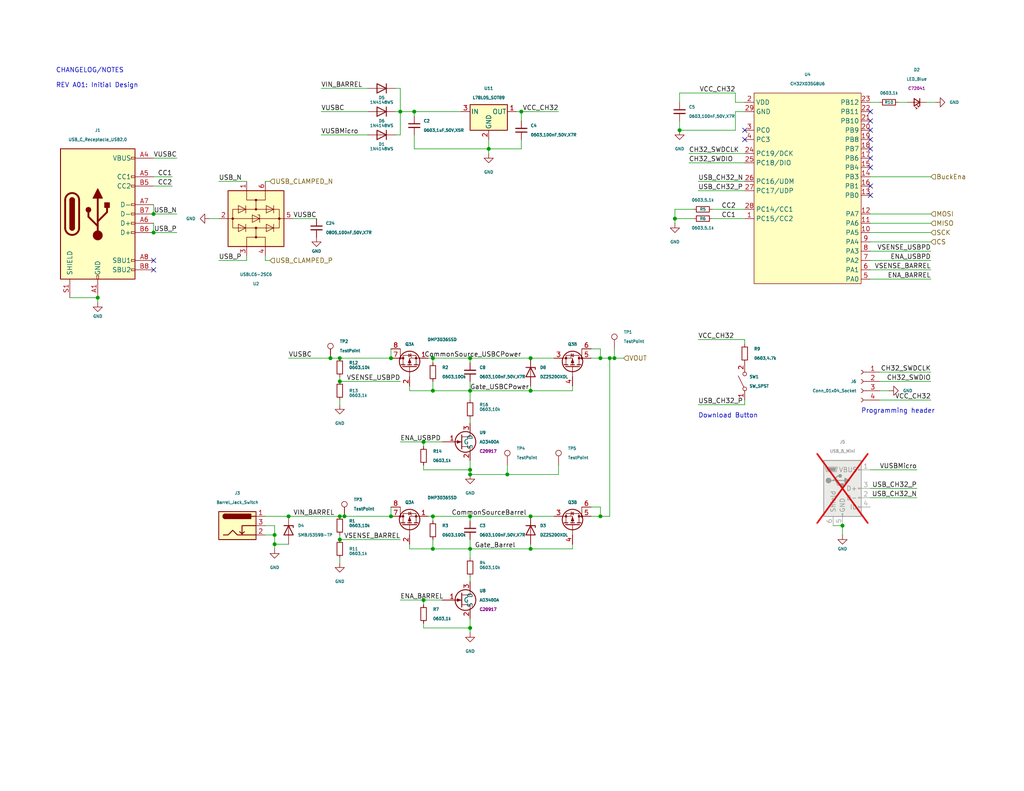
<source format=kicad_sch>
(kicad_sch (version 20230121) (generator eeschema)
  (paper "USLetter")
  (title_block (date "2024-02-03") (rev "A01"))
  (junction (at 74.93 148.59))
  (junction (at 144.78 140.97))
  (junction (at 118.11 106.68))
  (junction (at 128.27 128.27))
  (junction (at 115.57 120.65))
  (junction (at 167.64 97.79))
  (junction (at 92.71 97.79))
  (junction (at 144.78 97.79))
  (junction (at 163.83 97.79))
  (junction (at 109.22 30.48))
  (junction (at 118.11 149.86))
  (junction (at 78.74 140.97))
  (junction (at 118.11 140.97))
  (junction (at 142.24 30.48))
  (junction (at 26.67 81.28))
  (junction (at 92.71 104.14))
  (junction (at 144.78 106.68))
  (junction (at 106.68 97.79))
  (junction (at 90.17 97.79))
  (junction (at 128.27 129.54))
  (junction (at 115.57 163.83))
  (junction (at 106.68 140.97))
  (junction (at 128.27 140.97))
  (junction (at 113.03 30.48))
  (junction (at 118.11 97.79))
  (junction (at 93.98 140.97))
  (junction (at 92.71 147.32))
  (junction (at 128.27 171.45))
  (junction (at 128.27 97.79))
  (junction (at 92.71 140.97))
  (junction (at 133.35 40.64))
  (junction (at 138.43 129.54))
  (junction (at 41.91 58.42))
  (junction (at 166.37 97.79))
  (junction (at 41.91 63.5))
  (junction (at 163.83 140.97))
  (junction (at 74.93 146.05))
  (junction (at 184.15 59.69))
  (junction (at 185.42 35.56))
  (junction (at 144.78 149.86))
  (junction (at 229.87 143.51))
  (junction (at 128.27 106.68))
  (junction (at 128.27 149.86))
  (no_connect (at 203.2 35.56))
  (no_connect (at 41.91 73.66))
  (no_connect (at 41.91 71.12))
  (no_connect (at 237.49 53.34))
  (no_connect (at 237.49 30.48))
  (no_connect (at 237.49 45.72))
  (no_connect (at 237.49 40.64))
  (no_connect (at 237.49 43.18))
  (no_connect (at 237.49 35.56))
  (no_connect (at 237.49 33.02))
  (no_connect (at 203.2 38.1))
  (no_connect (at 237.49 38.1))
  (no_connect (at 237.49 50.8))
  (wire (pts (xy 163.83 97.79) (xy 166.37 97.79)))
  (wire (pts (xy 142.24 33.02) (xy 142.24 30.48)))
  (wire (pts (xy 185.42 25.4) (xy 185.42 27.94)))
  (wire (pts (xy 128.27 140.97) (xy 144.78 140.97)))
  (wire (pts (xy 161.29 97.79) (xy 163.83 97.79)))
  (wire (pts (xy 113.03 36.83) (xy 113.03 40.64)))
  (wire (pts (xy 237.49 60.96) (xy 254 60.96)))
  (wire (pts (xy 92.71 104.14) (xy 109.22 104.14)))
  (wire (pts (xy 118.11 97.79) (xy 128.27 97.79)))
  (wire (pts (xy 113.03 30.48) (xy 113.03 31.75)))
  (wire (pts (xy 109.22 30.48) (xy 113.03 30.48)))
  (wire (pts (xy 72.39 71.12) (xy 72.39 69.85)))
  (wire (pts (xy 187.96 41.91) (xy 203.2 41.91)))
  (wire (pts (xy 59.69 49.53) (xy 67.31 49.53)))
  (wire (pts (xy 152.4 127) (xy 152.4 129.54)))
  (wire (pts (xy 167.64 97.79) (xy 166.37 97.79)))
  (wire (pts (xy 138.43 129.54) (xy 152.4 129.54)))
  (wire (pts (xy 87.63 24.13) (xy 100.33 24.13)))
  (wire (pts (xy 144.78 148.59) (xy 144.78 149.86)))
  (wire (pts (xy 156.21 148.59) (xy 156.21 149.86)))
  (wire (pts (xy 111.76 149.86) (xy 111.76 148.59)))
  (wire (pts (xy 92.71 152.4) (xy 92.71 153.67)))
  (wire (pts (xy 92.71 146.05) (xy 92.71 147.32)))
  (wire (pts (xy 200.66 30.48) (xy 200.66 35.56)))
  (wire (pts (xy 133.35 40.64) (xy 142.24 40.64)))
  (wire (pts (xy 237.49 71.12) (xy 254 71.12)))
  (wire (pts (xy 80.01 59.69) (xy 86.36 59.69)))
  (wire (pts (xy 190.5 110.49) (xy 203.2 110.49)))
  (wire (pts (xy 237.49 76.2) (xy 254 76.2)))
  (wire (pts (xy 252.73 27.94) (xy 255.27 27.94)))
  (wire (pts (xy 190.5 92.71) (xy 203.2 92.71)))
  (wire (pts (xy 111.76 149.86) (xy 118.11 149.86)))
  (wire (pts (xy 118.11 99.06) (xy 118.11 97.79)))
  (wire (pts (xy 128.27 99.06) (xy 128.27 97.79)))
  (wire (pts (xy 19.05 81.28) (xy 26.67 81.28)))
  (wire (pts (xy 185.42 25.4) (xy 200.66 25.4)))
  (wire (pts (xy 194.31 57.15) (xy 203.2 57.15)))
  (wire (pts (xy 46.99 48.26) (xy 41.91 48.26)))
  (wire (pts (xy 107.95 36.83) (xy 109.22 36.83)))
  (wire (pts (xy 115.57 120.65) (xy 115.57 121.92)))
  (wire (pts (xy 163.83 95.25) (xy 163.83 97.79)))
  (wire (pts (xy 116.84 97.79) (xy 118.11 97.79)))
  (wire (pts (xy 128.27 172.72) (xy 128.27 171.45)))
  (wire (pts (xy 144.78 105.41) (xy 144.78 106.68)))
  (wire (pts (xy 115.57 128.27) (xy 128.27 128.27)))
  (wire (pts (xy 59.69 71.12) (xy 67.31 71.12)))
  (wire (pts (xy 93.98 140.97) (xy 106.68 140.97)))
  (wire (pts (xy 128.27 129.54) (xy 128.27 128.27)))
  (wire (pts (xy 48.26 58.42) (xy 41.91 58.42)))
  (wire (pts (xy 133.35 40.64) (xy 133.35 41.91)))
  (wire (pts (xy 116.84 140.97) (xy 118.11 140.97)))
  (wire (pts (xy 227.33 143.51) (xy 229.87 143.51)))
  (wire (pts (xy 128.27 171.45) (xy 128.27 168.91)))
  (wire (pts (xy 128.27 157.48) (xy 128.27 158.75)))
  (wire (pts (xy 113.03 40.64) (xy 133.35 40.64)))
  (wire (pts (xy 200.66 27.94) (xy 203.2 27.94)))
  (wire (pts (xy 115.57 127) (xy 115.57 128.27)))
  (wire (pts (xy 161.29 95.25) (xy 163.83 95.25)))
  (wire (pts (xy 170.18 97.79) (xy 167.64 97.79)))
  (wire (pts (xy 87.63 36.83) (xy 100.33 36.83)))
  (wire (pts (xy 115.57 170.18) (xy 115.57 171.45)))
  (wire (pts (xy 194.31 59.69) (xy 203.2 59.69)))
  (wire (pts (xy 240.03 101.6) (xy 254 101.6)))
  (wire (pts (xy 156.21 105.41) (xy 156.21 106.68)))
  (wire (pts (xy 142.24 30.48) (xy 152.4 30.48)))
  (wire (pts (xy 74.93 148.59) (xy 78.74 148.59)))
  (wire (pts (xy 74.93 148.59) (xy 74.93 149.86)))
  (wire (pts (xy 237.49 68.58) (xy 254 68.58)))
  (wire (pts (xy 41.91 43.18) (xy 48.26 43.18)))
  (wire (pts (xy 118.11 104.14) (xy 118.11 106.68)))
  (wire (pts (xy 237.49 133.35) (xy 250.19 133.35)))
  (wire (pts (xy 189.23 57.15) (xy 184.15 57.15)))
  (wire (pts (xy 144.78 106.68) (xy 156.21 106.68)))
  (wire (pts (xy 74.93 146.05) (xy 74.93 148.59)))
  (wire (pts (xy 237.49 63.5) (xy 254 63.5)))
  (wire (pts (xy 128.27 149.86) (xy 128.27 152.4)))
  (wire (pts (xy 87.63 30.48) (xy 100.33 30.48)))
  (wire (pts (xy 120.65 163.83) (xy 115.57 163.83)))
  (wire (pts (xy 184.15 57.15) (xy 184.15 59.69)))
  (wire (pts (xy 200.66 25.4) (xy 200.66 27.94)))
  (wire (pts (xy 115.57 171.45) (xy 128.27 171.45)))
  (wire (pts (xy 128.27 128.27) (xy 128.27 125.73)))
  (wire (pts (xy 161.29 140.97) (xy 163.83 140.97)))
  (wire (pts (xy 109.22 24.13) (xy 109.22 30.48)))
  (wire (pts (xy 128.27 104.14) (xy 128.27 106.68)))
  (wire (pts (xy 237.49 128.27) (xy 250.19 128.27)))
  (wire (pts (xy 237.49 135.89) (xy 250.19 135.89)))
  (wire (pts (xy 142.24 30.48) (xy 140.97 30.48)))
  (wire (pts (xy 240.03 104.14) (xy 254 104.14)))
  (wire (pts (xy 203.2 52.07) (xy 190.5 52.07)))
  (wire (pts (xy 57.15 59.69) (xy 59.69 59.69)))
  (wire (pts (xy 118.11 142.24) (xy 118.11 140.97)))
  (wire (pts (xy 128.27 147.32) (xy 128.27 149.86)))
  (wire (pts (xy 144.78 97.79) (xy 151.13 97.79)))
  (wire (pts (xy 78.74 97.79) (xy 90.17 97.79)))
  (wire (pts (xy 242.57 106.68) (xy 240.03 106.68)))
  (wire (pts (xy 166.37 97.79) (xy 166.37 140.97)))
  (wire (pts (xy 144.78 149.86) (xy 156.21 149.86)))
  (wire (pts (xy 142.24 38.1) (xy 142.24 40.64)))
  (wire (pts (xy 184.15 59.69) (xy 189.23 59.69)))
  (wire (pts (xy 163.83 138.43) (xy 163.83 140.97)))
  (wire (pts (xy 41.91 58.42) (xy 41.91 55.88)))
  (wire (pts (xy 72.39 146.05) (xy 74.93 146.05)))
  (wire (pts (xy 237.49 58.42) (xy 254 58.42)))
  (wire (pts (xy 144.78 140.97) (xy 151.13 140.97)))
  (wire (pts (xy 92.71 109.22) (xy 92.71 110.49)))
  (wire (pts (xy 128.27 142.24) (xy 128.27 140.97)))
  (wire (pts (xy 115.57 163.83) (xy 115.57 165.1)))
  (wire (pts (xy 92.71 102.87) (xy 92.71 104.14)))
  (wire (pts (xy 237.49 48.26) (xy 254 48.26)))
  (wire (pts (xy 187.96 44.45) (xy 203.2 44.45)))
  (wire (pts (xy 128.27 129.54) (xy 138.43 129.54)))
  (wire (pts (xy 138.43 127) (xy 138.43 129.54)))
  (wire (pts (xy 26.67 81.28) (xy 26.67 82.55)))
  (wire (pts (xy 237.49 27.94) (xy 240.03 27.94)))
  (wire (pts (xy 167.64 95.25) (xy 167.64 97.79)))
  (wire (pts (xy 118.11 149.86) (xy 128.27 149.86)))
  (wire (pts (xy 128.27 114.3) (xy 128.27 115.57)))
  (wire (pts (xy 128.27 97.79) (xy 144.78 97.79)))
  (wire (pts (xy 128.27 149.86) (xy 144.78 149.86)))
  (wire (pts (xy 113.03 30.48) (xy 125.73 30.48)))
  (wire (pts (xy 72.39 143.51) (xy 74.93 143.51)))
  (wire (pts (xy 74.93 143.51) (xy 74.93 146.05)))
  (wire (pts (xy 133.35 40.64) (xy 133.35 38.1)))
  (wire (pts (xy 107.95 30.48) (xy 109.22 30.48)))
  (wire (pts (xy 118.11 106.68) (xy 128.27 106.68)))
  (wire (pts (xy 92.71 140.97) (xy 93.98 140.97)))
  (wire (pts (xy 67.31 71.12) (xy 67.31 69.85)))
  (wire (pts (xy 184.15 60.96) (xy 184.15 59.69)))
  (wire (pts (xy 128.27 106.68) (xy 128.27 109.22)))
  (wire (pts (xy 72.39 71.12) (xy 73.66 71.12)))
  (wire (pts (xy 203.2 92.71) (xy 203.2 93.98)))
  (wire (pts (xy 109.22 163.83) (xy 115.57 163.83)))
  (wire (pts (xy 78.74 140.97) (xy 92.71 140.97)))
  (wire (pts (xy 203.2 110.49) (xy 203.2 109.22)))
  (wire (pts (xy 92.71 97.79) (xy 106.68 97.79)))
  (wire (pts (xy 115.57 120.65) (xy 120.65 120.65)))
  (wire (pts (xy 41.91 63.5) (xy 41.91 60.96)))
  (wire (pts (xy 203.2 30.48) (xy 200.66 30.48)))
  (wire (pts (xy 118.11 147.32) (xy 118.11 149.86)))
  (wire (pts (xy 106.68 138.43) (xy 106.68 140.97)))
  (wire (pts (xy 46.99 50.8) (xy 41.91 50.8)))
  (wire (pts (xy 109.22 30.48) (xy 109.22 36.83)))
  (wire (pts (xy 185.42 33.02) (xy 185.42 35.56)))
  (wire (pts (xy 185.42 35.56) (xy 200.66 35.56)))
  (wire (pts (xy 240.03 109.22) (xy 254 109.22)))
  (wire (pts (xy 109.22 120.65) (xy 115.57 120.65)))
  (wire (pts (xy 245.11 27.94) (xy 247.65 27.94)))
  (wire (pts (xy 161.29 138.43) (xy 163.83 138.43)))
  (wire (pts (xy 237.49 73.66) (xy 254 73.66)))
  (wire (pts (xy 237.49 66.04) (xy 254 66.04)))
  (wire (pts (xy 90.17 97.79) (xy 92.71 97.79)))
  (wire (pts (xy 92.71 147.32) (xy 109.22 147.32)))
  (wire (pts (xy 48.26 63.5) (xy 41.91 63.5)))
  (wire (pts (xy 111.76 106.68) (xy 118.11 106.68)))
  (wire (pts (xy 72.39 49.53) (xy 73.66 49.53)))
  (wire (pts (xy 163.83 140.97) (xy 166.37 140.97)))
  (wire (pts (xy 203.2 49.53) (xy 190.5 49.53)))
  (wire (pts (xy 111.76 106.68) (xy 111.76 105.41)))
  (wire (pts (xy 72.39 140.97) (xy 78.74 140.97)))
  (wire (pts (xy 229.87 143.51) (xy 229.87 146.05)))
  (wire (pts (xy 106.68 95.25) (xy 106.68 97.79)))
  (wire (pts (xy 118.11 140.97) (xy 128.27 140.97)))
  (wire (pts (xy 128.27 106.68) (xy 144.78 106.68)))
  (wire (pts (xy 107.95 24.13) (xy 109.22 24.13)))
  (text "Programming header" (at 234.95 113.03 0) (effects (font (size 1.27 1.27)) (justify left bottom)))
  (text "Download Button\n" (at 190.5 114.3 0) (effects (font (size 1.27 1.27)) (justify left bottom)))
  (text "CHANGELOG/NOTES\n\nREV A01: Initial Design\n" (at 15.24 24.13 0) (effects (font (size 1.27 1.27)) (justify left bottom)))
  (label "VSENSE_BARREL" (at 109.22 147.32 180))
  (label "USB_CH32_N" (at 190.5 49.53 0))
  (label "VIN_BARREL" (at 87.63 24.13 0))
  (label "CH32_SWDIO" (at 187.96 44.45 0))
  (label "USB_N" (at 59.69 49.53 0))
  (label "CH32_SWDIO" (at 254 104.14 180))
  (label "CC2" (at 46.99 50.8 180))
  (label "CommonSourceBarrel" (at 123.19 140.97 0))
  (label "VSENSE_BARREL" (at 254 73.66 180))
  (label "ENA_USBPD" (at 254 71.12 180))
  (label "VIN_BARREL" (at 80.01 140.97 0))
  (label "VSENSE_USBPD" (at 254 68.58 180))
  (label "VCC_CH32" (at 190.5 92.71 0))
  (label "USB_CH32_N" (at 250.19 135.89 180))
  (label "USB_CH32_P" (at 250.19 133.35 180))
  (label "VCC_CH32" (at 200.66 25.4 180))
  (label "ENA_USBPD" (at 109.22 120.65 0))
  (label "Gate_USBCPower" (at 128.27 106.68 0))
  (label "USB_P" (at 48.26 63.5 180))
  (label "VCC_CH32" (at 254 109.22 180))
  (label "VUSBC" (at 78.74 97.79 0))
  (label "VUSBC" (at 80.01 59.69 0))
  (label "CC2" (at 196.85 57.15 0))
  (label "VUSBC" (at 48.26 43.18 180))
  (label "CH32_SWDCLK" (at 187.96 41.91 0))
  (label "CommonSource_USBCPower" (at 142.24 97.79 180))
  (label "CC1" (at 196.85 59.69 0))
  (label "USB_CH32_P" (at 190.5 52.07 0))
  (label "CC1" (at 46.99 48.26 180))
  (label "Gate_Barrel" (at 129.54 149.86 0))
  (label "USB_P" (at 59.69 71.12 0))
  (label "VSENSE_USBPD" (at 109.22 104.14 180))
  (label "USB_N" (at 48.26 58.42 180))
  (label "VCC_CH32" (at 152.4 30.48 180))
  (label "ENA_BARREL" (at 254 76.2 180))
  (label "ENA_BARREL" (at 109.22 163.83 0))
  (label "VUSBC" (at 87.63 30.48 0))
  (label "CH32_SWDCLK" (at 254 101.6 180))
  (label "VUSBMicro" (at 87.63 36.83 0))
  (label "VUSBMicro" (at 250.19 128.27 180))
  (label "USB_CH32_P" (at 190.5 110.49 0))
  (hierarchical_label "MISO" (shape input) (at 254 60.96 0))
  (hierarchical_label "MOSI" (shape input) (at 254 58.42 0))
  (hierarchical_label "CS" (shape input) (at 254 66.04 0))
  (hierarchical_label "VOUT" (shape input) (at 170.18 97.79 0))
  (hierarchical_label "USB_CLAMPED_P" (shape input) (at 73.66 71.12 0))
  (hierarchical_label "SCK" (shape input) (at 254 63.5 0))
  (hierarchical_label "BuckEna" (shape input) (at 254 48.26 0))
  (hierarchical_label "USB_CLAMPED_N" (shape input) (at 73.66 49.53 0))
  (symbol (lib_id "power:GND") (at 92.71 153.67 0) (unit 1)
    (property "Reference" "#PWR01" (effects hide))
    (property "Value" "GND" (at 92.71 158.75 0) (effects (font (size 0.8 0.8))))
    (instances (project "ESP32-S3-HUB75-Driver" (path "" (reference "#PWR01") (unit 1)) (path "" (reference "#PWR018") (unit 1))))
  )
  (symbol (lib_id "jlcpcb-basic-capacitor:0402,100nF,16V,X7R ") (at 142.24 35.56 0) (unit 1)
    (property "Reference" "C4" (at 144.78 34.29 0) (effects (font (size 0.8 0.8)) (justify left)))
    (property "Value" "0603,100nF,50V,X7R " (at 144.78 36.83 0) (effects (font (size 0.8 0.8)) (justify left)))
    (property "Footprint" "C_0603_1608Metric" (effects hide))
    (property "Datasheet" "https://datasheet.lcsc.com/lcsc/1810191219_Samsung-Electro-Mechanics-CL05B104KO5NNNC_C1525.pdf" (effects hide))
    (property "LCSC" "C1525" (effects hide))
    (property "MFG" "Samsung Electro-Mechanics" (effects hide))
    (property "MFGPN" "CL05B104KO5NNNC" (effects hide))
    (instances (project "ESP32-S3-HUB75-Driver" (path "" (reference "C4") (unit 1)) (path "" (reference "C6") (unit 1))))
  )
  (symbol (lib_id "Connector:TestPoint") (at 152.4 127 0) (unit 1)
    (property "Reference" "TP5" (at 154.94 122.428 0) (effects (font (size 0.8 0.8)) (justify left)))
    (property "Value" "TestPoint" (at 154.94 124.968 0) (effects (font (size 0.8 0.8)) (justify left)))
    (property "Footprint" "TestPoint:TestPoint_Keystone_5015_Micro-Minature" (effects hide))
  )
  (symbol (lib_id "Diode:1N4148WS") (at 104.14 30.48 180) (unit 1)
    (property "Reference" "D6" (at 104.14 33.02 0) (effects (font (size 0.8 0.8))))
    (property "Value" "1N4148WS" (at 104.14 34.29 0) (effects (font (size 0.8 0.8))))
    (property "Footprint" "Diode_SMD:D_SOD-323" (effects hide))
    (property "Datasheet" "https://www.vishay.com/docs/85751/1n4148ws.pdf" (effects hide))
  )
  (symbol (lib_id "jlcpcb-basic-resistor:0402,10k") (at 92.71 100.33 0) (unit 1)
    (property "Reference" "R12" (at 95.25 99.06 0) (effects (font (size 0.8 0.8)) (justify left)))
    (property "Value" "0603,10k" (at 95.25 100.33 0) (effects (font (size 0.8 0.8)) (justify left)))
    (property "Footprint" "Resistor_SMD:R_0603_1608Metric" (effects hide))
    (property "Datasheet" "https://datasheet.lcsc.com/lcsc/2110260030_UNI-ROYAL-Uniroyal-Elec-0402WGF1002TCE_C25744.pdf" (effects hide))
    (property "LCSC" "C25744" (effects hide))
    (property "MFG" "UNI-ROYAL(Uniroyal Elec)" (effects hide))
    (property "MFGPN" "0402WGF1002TCE" (effects hide))
  )
  (symbol (lib_id "Diode:1N4148WS") (at 104.14 36.83 180) (unit 1)
    (property "Reference" "D1" (at 104.14 39.37 0) (effects (font (size 0.8 0.8))))
    (property "Value" "1N4148WS" (at 104.14 40.64 0) (effects (font (size 0.8 0.8))))
    (property "Footprint" "Diode_SMD:D_SOD-323" (effects hide))
    (property "Datasheet" "https://www.vishay.com/docs/85751/1n4148ws.pdf" (effects hide))
  )
  (symbol (lib_id "Device:Q_Dual_PMOS_S1G1S2G2D2D2D1D1") (at 111.76 100.33 90) (unit 1)
    (property "Reference" "Q3" (at 111.76 93.98 90) (effects (font (size 0.8 0.8))))
    (property "Value" "DMP3036SSD" (at 120.65 92.71 90) (effects (font (size 0.8 0.8))))
    (property "Footprint" "Package_SO:SO-8_5.3x6.2mm_P1.27mm" (effects hide))
    (property "Datasheet" "https://www.diodes.com/assets/Datasheets/DMP3036SSD.pdf" (effects hide))
    (instances (project "ESP32-S3-HUB75-Driver" (path "" (reference "Q3") (unit 1)) (path "" (reference "Q1") (unit 1))) (project "_autosave-PowerMux" (path "" (reference "Q3") (unit 1))))
  )
  (symbol (lib_id "jlcpcb-basic-capacitor:0603,1uF,50V,X5R ") (at 113.03 34.29 0) (unit 1)
    (property "Reference" "C2" (at 115.57 33.02 0) (effects (font (size 0.8 0.8)) (justify left)))
    (property "Value" "0603,1uF,50V,X5R " (at 115.57 35.56 0) (effects (font (size 0.8 0.8)) (justify left)))
    (property "Footprint" "C_0603_1608Metric" (effects hide))
    (property "Datasheet" "https://datasheet.lcsc.com/lcsc/1810261812_Samsung-Electro-Mechanics-CL10A105KB8NNNC_C15849.pdf" (effects hide))
    (property "LCSC" "C15849" (effects hide))
    (property "MFG" "Samsung Electro-Mechanics" (effects hide))
    (property "MFGPN" "CL10A105KB8NNNC" (effects hide))
  )
  (symbol (lib_id "jlcpcb-basic-resistor:0402,5.1k") (at 191.77 57.15 90) (unit 1)
    (property "Reference" "R5" (at 191.77 57.15 90) (effects (font (size 0.8 0.8))))
    (property "Value" "0603,5.1k" (at 191.77 54.61 90) (effects (font (size 0.8 0.8))))
    (property "Footprint" "Resistor_SMD:R_0603_1608Metric" (effects hide))
    (property "Datasheet" "https://datasheet.lcsc.com/lcsc/2110260030_UNI-ROYAL-Uniroyal-Elec-0402WGF5101TCE_C25905.pdf" (effects hide))
    (property "LCSC" "C25905" (effects hide))
    (property "MFG" "UNI-ROYAL(Uniroyal Elec)" (effects hide))
    (property "MFGPN" "0402WGF5101TCE" (effects hide))
  )
  (symbol (lib_id "jlcpcb-basic-capacitor:0402,100nF,50V,X7R ") (at 128.27 144.78 0) (unit 1)
    (property "Reference" "C3" (at 130.81 143.51 0) (effects (font (size 0.8 0.8)) (justify left)))
    (property "Value" "0603,100nF,50V,X7R " (at 130.81 146.05 0) (effects (font (size 0.8 0.8)) (justify left)))
    (property "Footprint" "C_0603_1608Metric" (effects hide))
    (property "Datasheet" "https://datasheet.lcsc.com/lcsc/1810191222_Samsung-Electro-Mechanics-CL05B104KB54PNC_C307331.pdf" (effects hide))
    (property "LCSC" "C307331" (effects hide))
    (property "MFG" "Samsung Electro-Mechanics" (effects hide))
    (property "MFGPN" "CL05B104KB54PNC" (effects hide))
  )
  (symbol (lib_id "power:GND") (at 185.42 35.56 0) (unit 1)
    (property "Reference" "#PWR01" (effects hide))
    (property "Value" "GND" (at 185.42 40.64 0) (effects (font (size 0.8 0.8))))
    (instances (project "ESP32-S3-HUB75-Driver" (path "" (reference "#PWR01") (unit 1)) (path "" (reference "#PWR038") (unit 1))))
  )
  (symbol (lib_id "jlcpcb-basic-resistor:0402,10k") (at 128.27 154.94 0) (unit 1)
    (property "Reference" "R4" (at 130.81 153.67 0) (effects (font (size 0.8 0.8)) (justify left)))
    (property "Value" "0603,10k" (at 130.81 154.94 0) (effects (font (size 0.8 0.8)) (justify left)))
    (property "Footprint" "Resistor_SMD:R_0603_1608Metric" (effects hide))
    (property "Datasheet" "https://datasheet.lcsc.com/lcsc/2110260030_UNI-ROYAL-Uniroyal-Elec-0402WGF1002TCE_C25744.pdf" (effects hide))
    (property "LCSC" "C25744" (effects hide))
    (property "MFG" "UNI-ROYAL(Uniroyal Elec)" (effects hide))
    (property "MFGPN" "0402WGF1002TCE" (effects hide))
  )
  (symbol (lib_id "jlcpcb-basic-capacitor:0805,100nF,50V,X7R ") (at 86.36 62.23 0) (unit 1)
    (property "Reference" "C24" (at 88.9 60.96 0) (effects (font (size 0.8 0.8)) (justify left)))
    (property "Value" "0805,100nF,50V,X7R " (at 88.9 63.5 0) (effects (font (size 0.8 0.8)) (justify left)))
    (property "Footprint" "C_0805_2012Metric" (effects hide))
    (property "Datasheet" "https://datasheet.lcsc.com/lcsc/1810101813_YAGEO-CC0805KRX7R9BB104_C49678.pdf" (effects hide))
    (property "LCSC" "C49678" (effects hide))
    (property "MFG" "YAGEO" (effects hide))
    (property "MFGPN" "CC0805KRX7R9BB104" (effects hide))
  )
  (symbol (lib_id "jlcpcb-basic-resistor:0402,100k") (at 118.11 101.6 0) (unit 1)
    (property "Reference" "R2" (at 120.65 100.33 0) (effects (font (size 0.8 0.8)) (justify left)))
    (property "Value" "0603,100k" (at 120.65 102.87 0) (effects (font (size 0.8 0.8)) (justify left)))
    (property "Footprint" "Resistor_SMD:R_0603_1608Metric" (effects hide))
    (property "Datasheet" "https://datasheet.lcsc.com/lcsc/2110260030_UNI-ROYAL-Uniroyal-Elec-0402WGF1003TCE_C25741.pdf" (effects hide))
    (property "LCSC" "C25741" (effects hide))
    (property "MFG" "UNI-ROYAL(Uniroyal Elec)" (effects hide))
    (property "MFGPN" "0402WGF1003TCE" (effects hide))
  )
  (symbol (lib_id "power:GND") (at 92.71 110.49 0) (unit 1)
    (property "Reference" "#PWR01" (effects hide))
    (property "Value" "GND" (at 92.71 115.57 0) (effects (font (size 0.8 0.8))))
    (instances (project "ESP32-S3-HUB75-Driver" (path "" (reference "#PWR01") (unit 1)) (path "" (reference "#PWR013") (unit 1))))
  )
  (symbol (lib_id "Device:Q_Dual_PMOS_S1G1S2G2D2D2D1D1") (at 156.21 100.33 270) (mirror x) (unit 2)
    (property "Reference" "Q3" (at 156.21 93.98 90) (effects (font (size 0.8 0.8))))
    (property "Value" "DMP3036SSD" (effects hide))
    (property "Footprint" "Package_SO:SO-8_5.3x6.2mm_P1.27mm" (effects hide))
    (property "Datasheet" "https://www.diodes.com/assets/Datasheets/DMP3036SSD.pdf" (effects hide))
    (instances (project "ESP32-S3-HUB75-Driver" (path "" (reference "Q3") (unit 2)) (path "" (reference "Q1") (unit 2))) (project "_autosave-PowerMux" (path "" (reference "Q3") (unit 2))))
  )
  (symbol (lib_id "power:GND") (at 128.27 172.72 0) (unit 1)
    (property "Reference" "#PWR01" (effects hide))
    (property "Value" "GND" (at 128.27 177.8 0) (effects (font (size 0.8 0.8))))
    (instances (project "ESP32-S3-HUB75-Driver" (path "" (reference "#PWR01") (unit 1)) (path "" (reference "#PWR011") (unit 1))))
  )
  (symbol (lib_id "jlcpcb-basic-resistor:0402,1k") (at 92.71 149.86 0) (unit 1)
    (property "Reference" "R11" (at 95.25 149.86 0) (effects (font (size 0.8 0.8)) (justify left)))
    (property "Value" "0603,1k" (at 95.25 151.13 0) (effects (font (size 0.8 0.8)) (justify left)))
    (property "Footprint" "Resistor_SMD:R_0603_1608Metric" (effects hide))
    (property "Datasheet" "https://datasheet.lcsc.com/lcsc/2110251730_UNI-ROYAL-Uniroyal-Elec-0402WGF1001TCE_C11702.pdf" (effects hide))
    (property "LCSC" "C11702" (effects hide))
    (property "MFG" "UNI-ROYAL(Uniroyal Elec)" (effects hide))
    (property "MFGPN" "0402WGF1001TCE" (effects hide))
  )
  (symbol (lib_id "power:GND") (at 133.35 41.91 0) (unit 1)
    (property "Reference" "#PWR01" (effects hide))
    (property "Value" "GND" (at 133.35 46.99 0) (effects (font (size 0.8 0.8))))
    (instances (project "ESP32-S3-HUB75-Driver" (path "" (reference "#PWR01") (unit 1)) (path "" (reference "#PWR016") (unit 1))))
  )
  (symbol (lib_id "WS_LCSC_transistors:AO3400A") (at 127 163.83 0) (unit 1)
    (property "Reference" "U8" (at 130.81 161.29 0) (effects (font (size 0.8 0.8)) (justify left)))
    (property "Value" "AO3400A" (at 130.81 163.83 0) (effects (font (size 0.8 0.8)) (justify left)))
    (property "Footprint" "Package_TO_SOT_SMD:SOT-23" (effects hide))
    (property "Datasheet" "https://datasheet.lcsc.com/lcsc/1811081213_Alpha---Omega-Semicon-AO3400A_C20917.pdf" (effects hide))
    (property "LCSC" "C20917" (at 130.81 166.37 0) (effects (font (size 0.8 0.8)) (justify left)))
  )
  (symbol (lib_id "WS_LCSC_Optoelectronics:LED_Blue") (at 250.19 27.94 180) (unit 1)
    (property "Reference" "D2" (at 250.1265 19.05 0) (effects (font (size 0.8 0.8))))
    (property "Value" "LED_Blue" (at 250.1265 21.59 0) (effects (font (size 0.8 0.8))))
    (property "Footprint" "LED_SMD:LED_0603_1608Metric" (effects hide))
    (property "Datasheet" "https://datasheet.lcsc.com/lcsc/1811101510_Everlight-Elec-19-217-BHC-ZL1M2RY-3T_C72041.pdf" (effects hide))
    (property "LCSC" "C72041" (at 250.1265 24.13 0) (effects (font (size 0.8 0.8))))
  )
  (symbol (lib_id "Connector:USB_C_Receptacle_USB2.0") (at 26.67 58.42 0) (unit 1)
    (property "Reference" "J1" (at 26.67 35.56 0) (effects (font (size 0.8 0.8))))
    (property "Value" "USB_C_Receptacle_USB2.0" (at 26.67 38.1 0) (effects (font (size 0.8 0.8))))
    (property "Footprint" "Connector_USB:USB_C_Receptacle_GCT_USB4105-xx-A_16P_TopMnt_Horizontal" (effects hide))
    (property "Datasheet" "https://www.usb.org/sites/default/files/documents/usb_type-c.zip" (effects hide))
    (instances (project "ESP32-S3-HUB75-Driver" (path "" (reference "J1") (unit 1)) (path "" (reference "J4") (unit 1))))
  )
  (symbol (lib_id "jlcpcb-basic-resistor:0402,1k") (at 115.57 167.64 0) (unit 1)
    (property "Reference" "R7" (at 118.11 166.37 0) (effects (font (size 0.8 0.8)) (justify left)))
    (property "Value" "0603,1k" (at 118.11 168.91 0) (effects (font (size 0.8 0.8)) (justify left)))
    (property "Footprint" "Resistor_SMD:R_0603_1608Metric" (effects hide))
    (property "Datasheet" "https://datasheet.lcsc.com/lcsc/2110251730_UNI-ROYAL-Uniroyal-Elec-0402WGF1001TCE_C11702.pdf" (effects hide))
    (property "LCSC" "C11702" (effects hide))
    (property "MFG" "UNI-ROYAL(Uniroyal Elec)" (effects hide))
    (property "MFGPN" "0402WGF1001TCE" (effects hide))
  )
  (symbol (lib_id "Connector:TestPoint") (at 93.98 140.97 0) (unit 1)
    (property "Reference" "TP3" (at 96.52 136.398 0) (effects (font (size 0.8 0.8)) (justify left)))
    (property "Value" "TestPoint" (at 96.52 138.938 0) (effects (font (size 0.8 0.8)) (justify left)))
    (property "Footprint" "TestPoint:TestPoint_Keystone_5015_Micro-Minature" (effects hide))
  )
  (symbol (lib_id "Switch:SW_SPST") (at 203.2 104.14 90) (unit 1)
    (property "Reference" "SW1" (at 204.47 102.87 90) (effects (font (size 0.8 0.8)) (justify right)))
    (property "Value" "SW_SPST" (at 204.47 105.41 90) (effects (font (size 0.8 0.8)) (justify right)))
    (property "Footprint" "Button_Switch_SMD:SW_SPST_PTS810" (effects hide))
  )
  (symbol (lib_id "power:GND") (at 86.36 64.77 0) (unit 1)
    (property "Reference" "#PWR07" (effects hide))
    (property "Value" "GND" (at 86.36 68.58 0) (effects (font (size 0.8 0.8))))
    (instances (project "ESP32-S3-HUB75-Driver" (path "" (reference "#PWR07") (unit 1)) (path "" (reference "#PWR014") (unit 1))))
  )
  (symbol (lib_id "jlcpcb-basic-resistor:0402,4.7k") (at 203.2 96.52 180) (unit 1)
    (property "Reference" "R9" (at 205.74 95.25 0) (effects (font (size 0.8 0.8)) (justify right)))
    (property "Value" "0603,4.7k" (at 205.74 97.79 0) (effects (font (size 0.8 0.8)) (justify right)))
    (property "Footprint" "Resistor_SMD:R_0603_1608Metric" (effects hide))
    (property "Datasheet" "https://datasheet.lcsc.com/lcsc/2110260030_UNI-ROYAL-Uniroyal-Elec-0402WGF4701TCE_C25900.pdf" (effects hide))
    (property "LCSC" "C25900" (effects hide))
    (property "MFG" "UNI-ROYAL(Uniroyal Elec)" (effects hide))
    (property "MFGPN" "0402WGF4701TCE" (effects hide))
  )
  (symbol (lib_id "jlcpcb-basic-resistor:0402,1k") (at 92.71 106.68 0) (unit 1)
    (property "Reference" "R13" (at 95.25 106.68 0) (effects (font (size 0.8 0.8)) (justify left)))
    (property "Value" "0603,1k" (at 95.25 107.95 0) (effects (font (size 0.8 0.8)) (justify left)))
    (property "Footprint" "Resistor_SMD:R_0603_1608Metric" (effects hide))
    (property "Datasheet" "https://datasheet.lcsc.com/lcsc/2110251730_UNI-ROYAL-Uniroyal-Elec-0402WGF1001TCE_C11702.pdf" (effects hide))
    (property "LCSC" "C11702" (effects hide))
    (property "MFG" "UNI-ROYAL(Uniroyal Elec)" (effects hide))
    (property "MFGPN" "0402WGF1001TCE" (effects hide))
  )
  (symbol (lib_id "Device:Q_Dual_PMOS_S1G1S2G2D2D2D1D1") (at 156.21 143.51 270) (mirror x) (unit 2)
    (property "Reference" "Q3" (at 156.21 137.16 90) (effects (font (size 0.8 0.8))))
    (property "Value" "DMP3036SSD" (effects hide))
    (property "Footprint" "Package_SO:SO-8_5.3x6.2mm_P1.27mm" (effects hide))
    (property "Datasheet" "https://www.diodes.com/assets/Datasheets/DMP3036SSD.pdf" (effects hide))
    (instances (project "ESP32-S3-HUB75-Driver" (path "" (reference "Q3") (unit 2)) (path "" (reference "Q2") (unit 2))) (project "_autosave-PowerMux" (path "" (reference "Q3") (unit 2))))
  )
  (symbol (lib_id "jlcpcb-basic-resistor:0402,10k") (at 128.27 111.76 0) (unit 1)
    (property "Reference" "R16" (at 130.81 110.49 0) (effects (font (size 0.8 0.8)) (justify left)))
    (property "Value" "0603,10k" (at 130.81 111.76 0) (effects (font (size 0.8 0.8)) (justify left)))
    (property "Footprint" "Resistor_SMD:R_0603_1608Metric" (effects hide))
    (property "Datasheet" "https://datasheet.lcsc.com/lcsc/2110260030_UNI-ROYAL-Uniroyal-Elec-0402WGF1002TCE_C25744.pdf" (effects hide))
    (property "LCSC" "C25744" (effects hide))
    (property "MFG" "UNI-ROYAL(Uniroyal Elec)" (effects hide))
    (property "MFGPN" "0402WGF1002TCE" (effects hide))
  )
  (symbol (lib_id "Connector:TestPoint") (at 138.43 127 0) (unit 1)
    (property "Reference" "TP4" (at 140.97 122.428 0) (effects (font (size 0.8 0.8)) (justify left)))
    (property "Value" "TestPoint" (at 140.97 124.968 0) (effects (font (size 0.8 0.8)) (justify left)))
    (property "Footprint" "TestPoint:TestPoint_Keystone_5015_Micro-Minature" (effects hide))
  )
  (symbol (lib_id "power:GND") (at 74.93 149.86 0) (unit 1)
    (property "Reference" "#PWR01" (effects hide))
    (property "Value" "GND" (at 74.93 154.94 0) (effects (font (size 0.8 0.8))))
    (instances (project "ESP32-S3-HUB75-Driver" (path "" (reference "#PWR01") (unit 1)) (path "" (reference "#PWR09") (unit 1))))
  )
  (symbol (lib_id "Power_Protection:USBLC6-2SC6") (at 69.85 59.69 270) (unit 1)
    (property "Reference" "U2" (at 69.85 77.47 90) (effects (font (size 0.8 0.8))))
    (property "Value" "USBLC6-2SC6" (at 69.85 74.93 90) (effects (font (size 0.8 0.8))))
    (property "Footprint" "Package_TO_SOT_SMD:SOT-23-6" (effects hide))
    (property "Datasheet" "https://www.st.com/resource/en/datasheet/usblc6-2.pdf" (effects hide))
    (instances (project "ESP32-S3-HUB75-Driver" (path "" (reference "U2") (unit 1)) (path "" (reference "U5") (unit 1))))
  )
  (symbol (lib_id "jlcpcb-basic-capacitor:0402,100nF,50V,X7R ") (at 128.27 101.6 0) (unit 1)
    (property "Reference" "C8" (at 130.81 100.33 0) (effects (font (size 0.8 0.8)) (justify left)))
    (property "Value" "0603,100nF,50V,X7R " (at 130.81 102.87 0) (effects (font (size 0.8 0.8)) (justify left)))
    (property "Footprint" "C_0603_1608Metric" (effects hide))
    (property "Datasheet" "https://datasheet.lcsc.com/lcsc/1810191222_Samsung-Electro-Mechanics-CL05B104KB54PNC_C307331.pdf" (effects hide))
    (property "LCSC" "C307331" (effects hide))
    (property "MFG" "Samsung Electro-Mechanics" (effects hide))
    (property "MFGPN" "CL05B104KB54PNC" (effects hide))
  )
  (symbol (lib_id "jlcpcb-basic-resistor:0402,1k") (at 242.57 27.94 90) (unit 1)
    (property "Reference" "R10" (at 242.57 27.94 90) (effects (font (size 0.8 0.8))))
    (property "Value" "0603,1k" (at 242.57 25.4 90) (effects (font (size 0.8 0.8))))
    (property "Footprint" "Resistor_SMD:R_0603_1608Metric" (effects hide))
    (property "Datasheet" "https://datasheet.lcsc.com/lcsc/2110251730_UNI-ROYAL-Uniroyal-Elec-0402WGF1001TCE_C11702.pdf" (effects hide))
    (property "LCSC" "C11702" (effects hide))
    (property "MFG" "UNI-ROYAL(Uniroyal Elec)" (effects hide))
    (property "MFGPN" "0402WGF1001TCE" (effects hide))
  )
  (symbol (lib_id "Connector:USB_B_Mini") (at 229.87 133.35 0) (unit 1) (dnp yes)
    (property "Reference" "J5" (at 229.87 120.65 0) (effects (font (size 0.8 0.8))))
    (property "Value" "USB_B_Mini" (at 229.87 123.19 0) (effects (font (size 0.8 0.8))))
    (property "Footprint" "Connector_USB:USB_Micro-AB_Molex_47590-0001" (effects hide))
  )
  (symbol (lib_id "Connector:Barrel_Jack_Switch") (at 64.77 143.51 0) (unit 1)
    (property "Reference" "J3" (at 64.77 134.62 0) (effects (font (size 0.8 0.8))))
    (property "Value" "Barrel_Jack_Switch" (at 64.77 137.16 0) (effects (font (size 0.8 0.8))))
    (property "Footprint" "Connector_BarrelJack:BarrelJack_Horizontal" (effects hide))
    (instances (project "ESP32-S3-HUB75-Driver" (path "" (reference "J3") (unit 1)) (path "" (reference "J2") (unit 1))))
  )
  (symbol (lib_id "Regulator_Linear:L78L05_SOT89") (at 133.35 30.48 0) (unit 1)
    (property "Reference" "U11" (at 133.35 24.13 0) (effects (font (size 0.8 0.8))))
    (property "Value" "L78L05_SOT89" (at 133.35 26.67 0) (effects (font (size 0.8 0.8))))
    (property "Footprint" "Package_TO_SOT_SMD:SOT-89-3" (effects hide))
    (property "Datasheet" "http://www.st.com/content/ccc/resource/technical/document/datasheet/15/55/e5/aa/23/5b/43/fd/CD00000446.pdf/files/CD00000446.pdf/jcr:content/translations/en.CD00000446.pdf" (effects hide))
  )
  (symbol (lib_id "Diode:BZV55C24") (at 78.74 144.78 270) (unit 1)
    (property "Reference" "D4" (at 81.28 143.51 90) (effects (font (size 0.8 0.8)) (justify left)))
    (property "Value" "SMBJ5359B-TP" (at 81.28 146.05 90) (effects (font (size 0.8 0.8)) (justify left)))
    (property "Footprint" "Diode_SMD:D_SMB" (effects hide))
    (property "Datasheet" "https://www.mccsemi.com/pdf/Products/SMBJ5338B-SMBJ5388B(SMB).pdf" (effects hide))
  )
  (symbol (lib_id "WS_LCSC_transistors:AO3400A") (at 127 120.65 0) (unit 1)
    (property "Reference" "U9" (at 130.81 118.11 0) (effects (font (size 0.8 0.8)) (justify left)))
    (property "Value" "AO3400A" (at 130.81 120.65 0) (effects (font (size 0.8 0.8)) (justify left)))
    (property "Footprint" "Package_TO_SOT_SMD:SOT-23" (effects hide))
    (property "Datasheet" "https://datasheet.lcsc.com/lcsc/1811081213_Alpha---Omega-Semicon-AO3400A_C20917.pdf" (effects hide))
    (property "LCSC" "C20917" (at 130.81 123.19 0) (effects (font (size 0.8 0.8)) (justify left)))
  )
  (symbol (lib_id "jlcpcb-basic-resistor:0402,1k") (at 115.57 124.46 0) (unit 1)
    (property "Reference" "R14" (at 118.11 123.19 0) (effects (font (size 0.8 0.8)) (justify left)))
    (property "Value" "0603,1k" (at 118.11 125.73 0) (effects (font (size 0.8 0.8)) (justify left)))
    (property "Footprint" "Resistor_SMD:R_0603_1608Metric" (effects hide))
    (property "Datasheet" "https://datasheet.lcsc.com/lcsc/2110251730_UNI-ROYAL-Uniroyal-Elec-0402WGF1001TCE_C11702.pdf" (effects hide))
    (property "LCSC" "C11702" (effects hide))
    (property "MFG" "UNI-ROYAL(Uniroyal Elec)" (effects hide))
    (property "MFGPN" "0402WGF1001TCE" (effects hide))
  )
  (symbol (lib_id "jlcpcb-basic-resistor:0402,10k") (at 92.71 143.51 0) (unit 1)
    (property "Reference" "R1" (at 95.25 142.24 0) (effects (font (size 0.8 0.8)) (justify left)))
    (property "Value" "0603,10k" (at 95.25 143.51 0) (effects (font (size 0.8 0.8)) (justify left)))
    (property "Footprint" "Resistor_SMD:R_0603_1608Metric" (effects hide))
    (property "Datasheet" "https://datasheet.lcsc.com/lcsc/2110260030_UNI-ROYAL-Uniroyal-Elec-0402WGF1002TCE_C25744.pdf" (effects hide))
    (property "LCSC" "C25744" (effects hide))
    (property "MFG" "UNI-ROYAL(Uniroyal Elec)" (effects hide))
    (property "MFGPN" "0402WGF1002TCE" (effects hide))
  )
  (symbol (lib_id "Connector:Conn_01x04_Socket") (at 234.95 104.14 0) (mirror y) (unit 1)
    (property "Reference" "J6" (at 233.68 104.14 0) (effects (font (size 0.8 0.8)) (justify left)))
    (property "Value" "Conn_01x04_Socket" (at 233.68 106.68 0) (effects (font (size 0.8 0.8)) (justify left)))
    (property "Footprint" "Connector_PinSocket_2.54mm:PinSocket_1x04_P2.54mm_Vertical" (effects hide))
  )
  (symbol (lib_id "WS_LCSC_ICs:CH32X035G8U6") (at 219.71 25.4 0) (unit 1)
    (property "Reference" "U4" (at 220.345 20.32 0) (effects (font (size 0.8 0.8))))
    (property "Value" "CH32X035G8U6" (at 220.345 22.86 0) (effects (font (size 0.8 0.8))))
    (property "Footprint" "Package_DFN_QFN:QFN-28-1EP_4x4mm_P0.4mm_EP2.3x2.3mm" (effects hide))
    (instances (project "ESP32-S3-HUB75-Driver" (path "" (reference "U4") (unit 1)) (path "" (reference "U7") (unit 1))))
  )
  (symbol (lib_id "power:GND") (at 184.15 60.96 0) (unit 1)
    (property "Reference" "#PWR01" (effects hide))
    (property "Value" "GND" (at 184.15 66.04 0) (effects (font (size 0.8 0.8))))
    (instances (project "ESP32-S3-HUB75-Driver" (path "" (reference "#PWR01") (unit 1)) (path "" (reference "#PWR019") (unit 1))))
  )
  (symbol (lib_id "jlcpcb-basic-resistor:0402,100k") (at 118.11 144.78 0) (unit 1)
    (property "Reference" "R3" (at 120.65 143.51 0) (effects (font (size 0.8 0.8)) (justify left)))
    (property "Value" "0603,100k" (at 120.65 146.05 0) (effects (font (size 0.8 0.8)) (justify left)))
    (property "Footprint" "Resistor_SMD:R_0603_1608Metric" (effects hide))
    (property "Datasheet" "https://datasheet.lcsc.com/lcsc/2110260030_UNI-ROYAL-Uniroyal-Elec-0402WGF1003TCE_C25741.pdf" (effects hide))
    (property "LCSC" "C25741" (effects hide))
    (property "MFG" "UNI-ROYAL(Uniroyal Elec)" (effects hide))
    (property "MFGPN" "0402WGF1003TCE" (effects hide))
  )
  (symbol (lib_id "power:GND") (at 229.87 146.05 0) (unit 1)
    (property "Reference" "#PWR04" (effects hide))
    (property "Value" "GND" (at 229.87 149.86 0) (effects (font (size 0.8 0.8))))
    (instances (project "ESP32-S3-HUB75-Driver" (path "" (reference "#PWR04") (unit 1)) (path "" (reference "#PWR020") (unit 1))))
  )
  (symbol (lib_id "power:GND") (at 128.27 129.54 0) (unit 1)
    (property "Reference" "#PWR01" (effects hide))
    (property "Value" "GND" (at 128.27 134.62 0) (effects (font (size 0.8 0.8))))
    (instances (project "ESP32-S3-HUB75-Driver" (path "" (reference "#PWR01") (unit 1)) (path "" (reference "#PWR024") (unit 1))))
  )
  (symbol (lib_id "jlcpcb-basic-capacitor:0402,100nF,16V,X7R ") (at 185.42 30.48 0) (unit 1)
    (property "Reference" "C5" (at 187.96 29.21 0) (effects (font (size 0.8 0.8)) (justify left)))
    (property "Value" "0603,100nF,50V,X7R " (at 187.96 31.75 0) (effects (font (size 0.8 0.8)) (justify left)))
    (property "Footprint" "C_0603_1608Metric" (effects hide))
    (property "Datasheet" "https://datasheet.lcsc.com/lcsc/1810191219_Samsung-Electro-Mechanics-CL05B104KO5NNNC_C1525.pdf" (effects hide))
    (property "LCSC" "C1525" (effects hide))
    (property "MFG" "Samsung Electro-Mechanics" (effects hide))
    (property "MFGPN" "CL05B104KO5NNNC" (effects hide))
    (instances (project "ESP32-S3-HUB75-Driver" (path "" (reference "C5") (unit 1)) (path "" (reference "C7") (unit 1))))
  )
  (symbol (lib_id "Diode:1N4148WS") (at 104.14 24.13 180) (unit 1)
    (property "Reference" "D5" (at 104.14 26.67 0) (effects (font (size 0.8 0.8))))
    (property "Value" "1N4148WS" (at 104.14 27.94 0) (effects (font (size 0.8 0.8))))
    (property "Footprint" "Diode_SMD:D_SOD-323" (effects hide))
    (property "Datasheet" "https://www.vishay.com/docs/85751/1n4148ws.pdf" (effects hide))
  )
  (symbol (lib_id "power:GND") (at 242.57 106.68 90) (unit 1)
    (property "Reference" "#PWR01" (effects hide))
    (property "Value" "GND" (at 246.38 106.68 90) (effects (font (size 0.8 0.8)) (justify right)))
    (instances (project "ESP32-S3-HUB75-Driver" (path "" (reference "#PWR01") (unit 1)) (path "" (reference "#PWR022") (unit 1))))
  )
  (symbol (lib_id "Connector:TestPoint") (at 90.17 97.79 0) (unit 1)
    (property "Reference" "TP2" (at 92.71 93.218 0) (effects (font (size 0.8 0.8)) (justify left)))
    (property "Value" "TestPoint" (at 92.71 95.758 0) (effects (font (size 0.8 0.8)) (justify left)))
    (property "Footprint" "TestPoint:TestPoint_Keystone_5015_Micro-Minature" (effects hide))
  )
  (symbol (lib_id "Device:Q_Dual_PMOS_S1G1S2G2D2D2D1D1") (at 111.76 143.51 90) (unit 1)
    (property "Reference" "Q3" (at 111.76 137.16 90) (effects (font (size 0.8 0.8))))
    (property "Value" "DMP3036SSD" (at 120.65 135.89 90) (effects (font (size 0.8 0.8))))
    (property "Footprint" "Package_SO:SO-8_5.3x6.2mm_P1.27mm" (effects hide))
    (property "Datasheet" "https://www.diodes.com/assets/Datasheets/DMP3036SSD.pdf" (effects hide))
    (instances (project "ESP32-S3-HUB75-Driver" (path "" (reference "Q3") (unit 1)) (path "" (reference "Q2") (unit 1))) (project "_autosave-PowerMux" (path "" (reference "Q3") (unit 1))))
  )
  (symbol (lib_id "Diode:DZ2S200X0L") (at 144.78 101.6 270) (unit 1)
    (property "Reference" "D8" (at 147.32 100.33 90) (effects (font (size 0.8 0.8)) (justify left)))
    (property "Value" "DZ2S200X0L" (at 147.32 102.87 90) (effects (font (size 0.8 0.8)) (justify left)))
    (property "Footprint" "Diode_SMD:D_SOD-523" (effects hide))
    (property "Datasheet" "https://industrial.panasonic.com/content/data/SC/ds/ds4/DZ2S20000L_E.pdf" (effects hide))
    (instances (project "ESP32-S3-HUB75-Driver" (path "" (reference "D8") (unit 1))) (project "_autosave-PowerMux" (path "" (reference "D3") (unit 1))))
  )
  (symbol (lib_id "power:GND") (at 255.27 27.94 90) (unit 1)
    (property "Reference" "#PWR01" (effects hide))
    (property "Value" "GND" (at 259.08 27.94 90) (effects (font (size 0.8 0.8)) (justify right)))
    (instances (project "ESP32-S3-HUB75-Driver" (path "" (reference "#PWR01") (unit 1)) (path "" (reference "#PWR023") (unit 1))))
  )
  (symbol (lib_id "Diode:DZ2S200X0L") (at 144.78 144.78 270) (unit 1)
    (property "Reference" "D3" (at 147.32 143.51 90) (effects (font (size 0.8 0.8)) (justify left)))
    (property "Value" "DZ2S200X0L" (at 147.32 146.05 90) (effects (font (size 0.8 0.8)) (justify left)))
    (property "Footprint" "Diode_SMD:D_SOD-523" (effects hide))
    (property "Datasheet" "https://industrial.panasonic.com/content/data/SC/ds/ds4/DZ2S20000L_E.pdf" (effects hide))
  )
  (symbol (lib_id "jlcpcb-basic-resistor:0402,5.1k") (at 191.77 59.69 90) (unit 1)
    (property "Reference" "R6" (at 191.77 59.69 90) (effects (font (size 0.8 0.8))))
    (property "Value" "0603,5.1k" (at 191.77 62.23 90) (effects (font (size 0.8 0.8))))
    (property "Footprint" "Resistor_SMD:R_0603_1608Metric" (effects hide))
    (property "Datasheet" "https://datasheet.lcsc.com/lcsc/2110260030_UNI-ROYAL-Uniroyal-Elec-0402WGF5101TCE_C25905.pdf" (effects hide))
    (property "LCSC" "C25905" (effects hide))
    (property "MFG" "UNI-ROYAL(Uniroyal Elec)" (effects hide))
    (property "MFGPN" "0402WGF5101TCE" (effects hide))
  )
  (symbol (lib_id "power:GND") (at 26.67 82.55 0) (unit 1)
    (property "Reference" "#PWR04" (effects hide))
    (property "Value" "GND" (at 26.67 86.36 0) (effects (font (size 0.8 0.8))))
    (instances (project "ESP32-S3-HUB75-Driver" (path "" (reference "#PWR04") (unit 1)) (path "" (reference "#PWR02") (unit 1))))
  )
  (symbol (lib_id "power:GND") (at 57.15 59.69 270) (unit 1)
    (property "Reference" "#PWR03" (effects hide))
    (property "Value" "GND" (at 52.07 59.69 90) (effects (font (size 0.8 0.8))))
    (instances (project "ESP32-S3-HUB75-Driver" (path "" (reference "#PWR03") (unit 1)) (path "" (reference "#PWR015") (unit 1))))
  )
  (symbol (lib_id "Connector:TestPoint") (at 167.64 95.25 0) (unit 1)
    (property "Reference" "TP1" (at 170.18 90.678 0) (effects (font (size 0.8 0.8)) (justify left)))
    (property "Value" "TestPoint" (at 170.18 93.218 0) (effects (font (size 0.8 0.8)) (justify left)))
    (property "Footprint" "TestPoint:TestPoint_Keystone_5015_Micro-Minature" (effects hide))
  )
)
</source>
